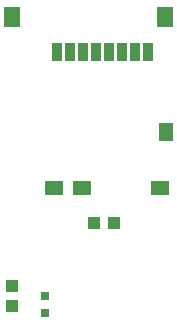
<source format=gbr>
G04 EAGLE Gerber RS-274X export*
G75*
%MOMM*%
%FSLAX34Y34*%
%LPD*%
%INSolderpaste Top*%
%IPPOS*%
%AMOC8*
5,1,8,0,0,1.08239X$1,22.5*%
G01*
%ADD10R,0.800000X0.800000*%
%ADD11R,1.100000X1.000000*%
%ADD12R,1.000000X1.100000*%
%ADD13R,0.812800X1.498600*%
%ADD14R,1.397000X1.701800*%
%ADD15R,1.143000X1.498600*%
%ADD16R,1.498600X1.143000*%


D10*
X308293Y232213D03*
X308293Y247213D03*
D11*
X280670Y238833D03*
X280670Y255833D03*
D12*
X350275Y308928D03*
X367275Y308928D03*
D13*
X318440Y453966D03*
X329440Y453966D03*
X340440Y453966D03*
X351440Y453966D03*
X362440Y453966D03*
X373440Y453966D03*
X384440Y453966D03*
X395440Y453966D03*
D14*
X280940Y482966D03*
X409940Y482966D03*
D15*
X411190Y385466D03*
D16*
X316440Y338216D03*
X339440Y338216D03*
X405440Y338216D03*
M02*

</source>
